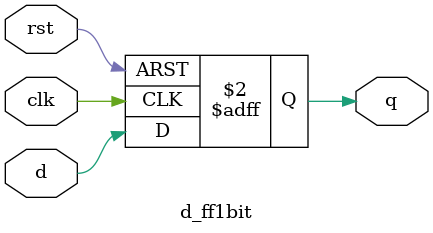
<source format=sv>
module d_ff(
	input logic [8:0] d,
	input logic EN,clk,rst,
	output logic [8:0] q);
	
always_ff @(posedge clk or posedge rst) begin 
 if (rst)
	q <= 0;
else 
	q<= d;	
end 
endmodule

module d_ff1bit(
	input logic d,
	input logic clk,rst,
	output logic q);
	
always_ff @(posedge clk or posedge rst) begin 
 if (rst)
	q <= 0;
else 
	q<= d;	
end 
endmodule
</source>
